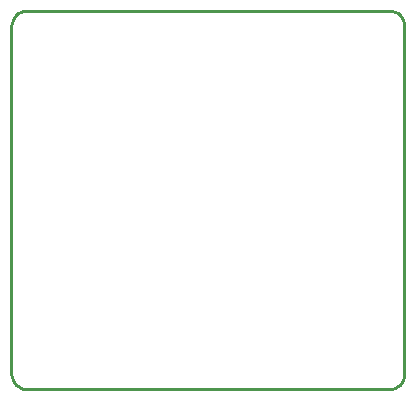
<source format=gko>
G04*
G04 #@! TF.GenerationSoftware,Altium Limited,Altium Designer,18.0.11 (651)*
G04*
G04 Layer_Color=16711935*
%FSLAX44Y44*%
%MOMM*%
G71*
G01*
G75*
%ADD23C,0.2540*%
D23*
X21590Y331470D02*
X19112Y331226D01*
X16730Y330503D01*
X14534Y329330D01*
X12610Y327750D01*
X11030Y325826D01*
X9857Y323630D01*
X9134Y321248D01*
X8890Y318770D01*
Y24130D02*
X9134Y21652D01*
X9857Y19270D01*
X11030Y17074D01*
X12610Y15150D01*
X14534Y13570D01*
X16730Y12397D01*
X19112Y11674D01*
X21590Y11430D01*
X328930D02*
X331408Y11674D01*
X333790Y12397D01*
X335986Y13570D01*
X337910Y15150D01*
X339490Y17074D01*
X340663Y19270D01*
X341386Y21652D01*
X341630Y24130D01*
Y318770D02*
X341386Y321248D01*
X340663Y323630D01*
X339490Y325826D01*
X337910Y327750D01*
X335986Y329330D01*
X333790Y330503D01*
X331408Y331226D01*
X328930Y331470D01*
X21590D02*
X83820D01*
X8890Y24130D02*
Y318770D01*
X21590Y11430D02*
X118110D01*
X328930D01*
X341630Y24130D02*
Y318770D01*
X81280Y331470D02*
X328930D01*
M02*

</source>
